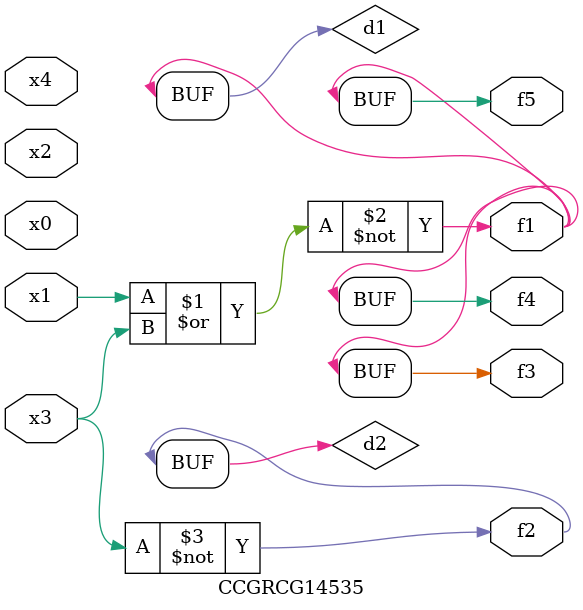
<source format=v>
module CCGRCG14535(
	input x0, x1, x2, x3, x4,
	output f1, f2, f3, f4, f5
);

	wire d1, d2;

	nor (d1, x1, x3);
	not (d2, x3);
	assign f1 = d1;
	assign f2 = d2;
	assign f3 = d1;
	assign f4 = d1;
	assign f5 = d1;
endmodule

</source>
